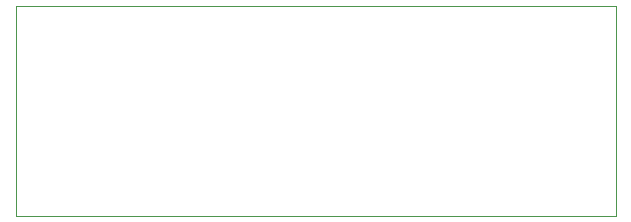
<source format=gbr>
G04 (created by PCBNEW (2013-07-07 BZR 4022)-stable) date 03/01/2015 14:14:57*
%MOIN*%
G04 Gerber Fmt 3.4, Leading zero omitted, Abs format*
%FSLAX34Y34*%
G01*
G70*
G90*
G04 APERTURE LIST*
%ADD10C,0.00590551*%
%ADD11C,0.00393701*%
G04 APERTURE END LIST*
G54D10*
G54D11*
X0Y7000D02*
X0Y0D01*
X20000Y7000D02*
X0Y7000D01*
X20000Y0D02*
X20000Y7000D01*
X0Y0D02*
X20000Y0D01*
M02*

</source>
